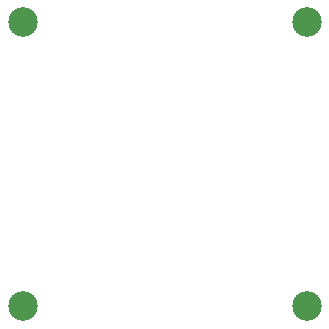
<source format=gbs>
%TF.GenerationSoftware,KiCad,Pcbnew,(6.0.4)*%
%TF.CreationDate,2022-04-07T13:37:56+02:00*%
%TF.ProjectId,LSB1 Bottom Plate,4c534231-2042-46f7-9474-6f6d20506c61,v1.0*%
%TF.SameCoordinates,Original*%
%TF.FileFunction,Soldermask,Bot*%
%TF.FilePolarity,Negative*%
%FSLAX46Y46*%
G04 Gerber Fmt 4.6, Leading zero omitted, Abs format (unit mm)*
G04 Created by KiCad (PCBNEW (6.0.4)) date 2022-04-07 13:37:56*
%MOMM*%
%LPD*%
G01*
G04 APERTURE LIST*
%ADD10C,2.500000*%
G04 APERTURE END LIST*
D10*
X43097185Y-72726815D03*
X43097185Y-48685185D03*
X67138815Y-72726815D03*
X67138815Y-48685185D03*
M02*

</source>
